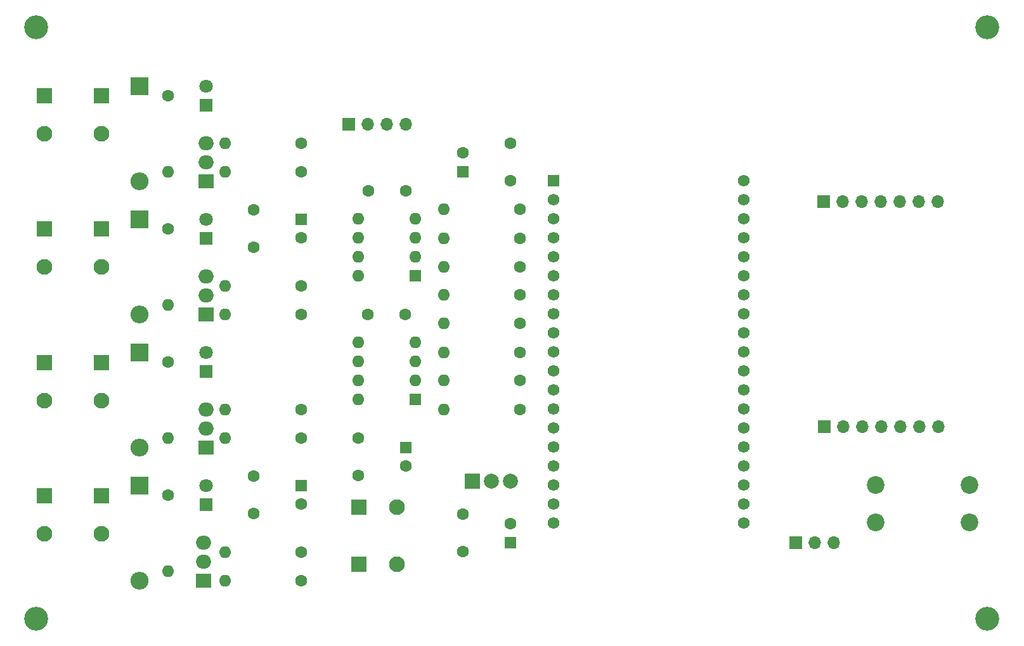
<source format=gts>
G04 #@! TF.GenerationSoftware,KiCad,Pcbnew,(6.0.4)*
G04 #@! TF.CreationDate,2022-07-29T23:35:55-06:00*
G04 #@! TF.ProjectId,ESP32-Sprinkler-System,45535033-322d-4537-9072-696e6b6c6572,1*
G04 #@! TF.SameCoordinates,Original*
G04 #@! TF.FileFunction,Soldermask,Top*
G04 #@! TF.FilePolarity,Negative*
%FSLAX46Y46*%
G04 Gerber Fmt 4.6, Leading zero omitted, Abs format (unit mm)*
G04 Created by KiCad (PCBNEW (6.0.4)) date 2022-07-29 23:35:55*
%MOMM*%
%LPD*%
G01*
G04 APERTURE LIST*
%ADD10R,1.600000X1.600000*%
%ADD11O,1.600000X1.600000*%
%ADD12C,1.600000*%
%ADD13R,2.100000X2.100000*%
%ADD14C,2.100000*%
%ADD15R,1.700000X1.700000*%
%ADD16O,1.700000X1.700000*%
%ADD17R,1.800000X1.800000*%
%ADD18C,1.800000*%
%ADD19R,2.400000X2.400000*%
%ADD20O,2.400000X2.400000*%
%ADD21C,2.362200*%
%ADD22R,2.000000X2.000000*%
%ADD23C,2.000000*%
%ADD24R,2.000000X1.905000*%
%ADD25O,2.000000X1.905000*%
%ADD26C,3.200000*%
%ADD27R,1.560000X1.560000*%
%ADD28C,1.560000*%
G04 APERTURE END LIST*
D10*
X112610000Y-106680000D03*
D11*
X112610000Y-104140000D03*
X112610000Y-101600000D03*
X112610000Y-99060000D03*
X104990000Y-99060000D03*
X104990000Y-101600000D03*
X104990000Y-104140000D03*
X104990000Y-106680000D03*
D10*
X97380000Y-82640000D03*
D12*
X97380000Y-85140000D03*
D13*
X70710000Y-101770000D03*
X63090000Y-101770000D03*
D14*
X70710000Y-106850000D03*
X63090000Y-106850000D03*
D12*
X126590000Y-88990000D03*
D11*
X116430000Y-88990000D03*
D15*
X167156200Y-80263200D03*
D16*
X169696200Y-80263200D03*
X172236200Y-80263200D03*
X174776200Y-80263200D03*
X177316200Y-80263200D03*
X179856200Y-80263200D03*
X182396200Y-80263200D03*
D10*
X112610000Y-90250000D03*
D11*
X112610000Y-87710000D03*
X112610000Y-85170000D03*
X112610000Y-82630000D03*
X104990000Y-82630000D03*
X104990000Y-85170000D03*
X104990000Y-87710000D03*
X104990000Y-90250000D03*
D12*
X126590000Y-92720000D03*
D11*
X116430000Y-92720000D03*
D10*
X125320000Y-125820000D03*
D12*
X125320000Y-123320000D03*
D10*
X97380000Y-118200000D03*
D12*
X97380000Y-120700000D03*
X97380000Y-130900000D03*
D11*
X87220000Y-130900000D03*
D12*
X126590000Y-96530000D03*
D11*
X116430000Y-96530000D03*
D12*
X97380000Y-95340000D03*
D11*
X87220000Y-95340000D03*
D17*
X84680000Y-67400000D03*
D18*
X84680000Y-64860000D03*
D12*
X126590000Y-104150000D03*
D11*
X116430000Y-104150000D03*
D13*
X105080000Y-121107500D03*
X105080000Y-128727500D03*
D14*
X110160000Y-121107500D03*
X110160000Y-128727500D03*
D12*
X79600000Y-101690000D03*
D11*
X79600000Y-111850000D03*
D19*
X75790000Y-64860000D03*
D20*
X75790000Y-77560000D03*
D17*
X84680000Y-102960000D03*
D18*
X84680000Y-100420000D03*
D12*
X126590000Y-100420000D03*
D11*
X116430000Y-100420000D03*
D21*
X174091600Y-118150640D03*
X186588400Y-118150640D03*
X174091600Y-123149360D03*
X186588400Y-123149360D03*
D19*
X75790000Y-118200000D03*
D20*
X75790000Y-130900000D03*
D22*
X120230000Y-117610000D03*
D23*
X122770000Y-117610000D03*
X125310000Y-117610000D03*
D12*
X106270000Y-95340000D03*
X111270000Y-95340000D03*
D19*
X75790000Y-100420000D03*
D20*
X75790000Y-113120000D03*
D12*
X79600000Y-66130000D03*
D11*
X79600000Y-76290000D03*
D12*
X97380000Y-72480000D03*
D11*
X87220000Y-72480000D03*
D12*
X79600000Y-119470000D03*
D11*
X79600000Y-129630000D03*
D12*
X97380000Y-127090000D03*
D11*
X87220000Y-127090000D03*
D24*
X84355000Y-130900000D03*
D25*
X84355000Y-128360000D03*
X84355000Y-125820000D03*
D17*
X84680000Y-85180000D03*
D18*
X84680000Y-82640000D03*
D26*
X189000000Y-57000000D03*
D12*
X126590000Y-108040000D03*
D11*
X116430000Y-108040000D03*
D12*
X106310000Y-78830000D03*
X111310000Y-78830000D03*
D13*
X70710000Y-119550000D03*
X63090000Y-119550000D03*
D14*
X70710000Y-124630000D03*
X63090000Y-124630000D03*
D26*
X62000000Y-136000000D03*
X62000000Y-57000000D03*
D12*
X97380000Y-76290000D03*
D11*
X87220000Y-76290000D03*
D12*
X105000000Y-111890000D03*
X105000000Y-116890000D03*
X97380000Y-91530000D03*
D11*
X87220000Y-91530000D03*
D15*
X167216000Y-110350700D03*
D16*
X169756000Y-110350700D03*
X172296000Y-110350700D03*
X174836000Y-110350700D03*
X177376000Y-110350700D03*
X179916000Y-110350700D03*
X182456000Y-110350700D03*
D12*
X79600000Y-83910000D03*
D11*
X79600000Y-94070000D03*
D19*
X75790000Y-82640000D03*
D20*
X75790000Y-95340000D03*
D15*
X103730000Y-69940000D03*
D16*
X106270000Y-69940000D03*
X108810000Y-69940000D03*
X111350000Y-69940000D03*
D12*
X118970000Y-127050000D03*
X118970000Y-122050000D03*
D27*
X131035000Y-77485000D03*
D28*
X131035000Y-80025000D03*
X131035000Y-82565000D03*
X131035000Y-85105000D03*
X131035000Y-87645000D03*
X131035000Y-90185000D03*
X131035000Y-92725000D03*
X131035000Y-95265000D03*
X131035000Y-97805000D03*
X131035000Y-100345000D03*
X131035000Y-102885000D03*
X131035000Y-105425000D03*
X131035000Y-107965000D03*
X131035000Y-110505000D03*
X131035000Y-113045000D03*
X131035000Y-115585000D03*
X131035000Y-118125000D03*
X131035000Y-120665000D03*
X131035000Y-123205000D03*
X156435000Y-77485000D03*
X156435000Y-80025000D03*
X156435000Y-82565000D03*
X156435000Y-85105000D03*
X156435000Y-87645000D03*
X156435000Y-90185000D03*
X156435000Y-92725000D03*
X156435000Y-95265000D03*
X156435000Y-97805000D03*
X156435000Y-100345000D03*
X156435000Y-102885000D03*
X156435000Y-105425000D03*
X156435000Y-107965000D03*
X156435000Y-110505000D03*
X156435000Y-113045000D03*
X156435000Y-115585000D03*
X156435000Y-118125000D03*
X156435000Y-120665000D03*
X156435000Y-123205000D03*
D24*
X84680000Y-113120000D03*
D25*
X84680000Y-110580000D03*
X84680000Y-108040000D03*
D12*
X91030000Y-81410000D03*
X91030000Y-86410000D03*
D10*
X118970000Y-76290000D03*
D12*
X118970000Y-73790000D03*
D10*
X111350000Y-113120000D03*
D12*
X111350000Y-115620000D03*
D17*
X84680000Y-120740000D03*
D18*
X84680000Y-118200000D03*
D13*
X70710000Y-83910000D03*
X63090000Y-83910000D03*
D14*
X70710000Y-88990000D03*
X63090000Y-88990000D03*
D12*
X97380000Y-111850000D03*
D11*
X87220000Y-111850000D03*
D12*
X126590000Y-81290000D03*
D11*
X116430000Y-81290000D03*
D24*
X84680000Y-77560000D03*
D25*
X84680000Y-75020000D03*
X84680000Y-72480000D03*
D15*
X163420000Y-125820000D03*
D16*
X165960000Y-125820000D03*
X168500000Y-125820000D03*
D13*
X70710000Y-66130000D03*
X63090000Y-66130000D03*
D14*
X70710000Y-71210000D03*
X63090000Y-71210000D03*
D12*
X91030000Y-116970000D03*
X91030000Y-121970000D03*
X125320000Y-77520000D03*
X125320000Y-72520000D03*
X97380000Y-108040000D03*
D11*
X87220000Y-108040000D03*
D26*
X189000000Y-136000000D03*
D24*
X84680000Y-95340000D03*
D25*
X84680000Y-92800000D03*
X84680000Y-90260000D03*
D12*
X126590000Y-85180000D03*
D11*
X116430000Y-85180000D03*
M02*

</source>
